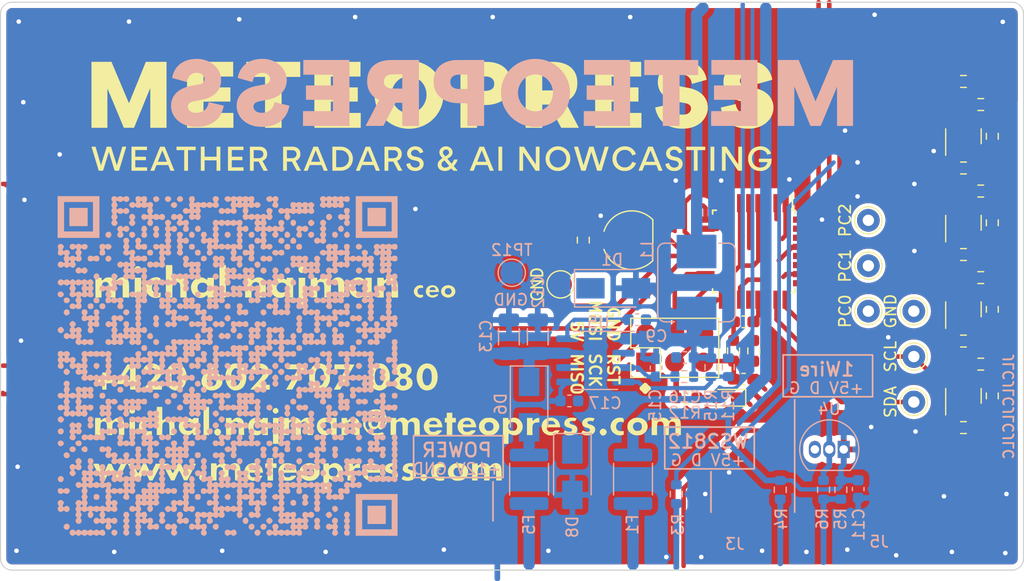
<source format=kicad_pcb>
(kicad_pcb (version 20211014) (generator pcbnew)
  (layers (0 "F.Cu" signal) (31 "B.Cu" signal) (34 "B.Paste" user) (35 "F.Paste" user) (36 "B.SilkS" user "B.Silkscreen") (37 "F.SilkS" user "F.Silkscreen") (38 "B.Mask" user) (39 "F.Mask" user) (44 "Edge.Cuts" user))
  (net 0 "")
  (net 1 "GND")
  (net 2 "Net-(D4-Pad2)")
  (net 3 "Net-(D6-Pad2)")
  (net 4 "Net-(D7-Pad2)")
  (net 5 "Net-(D10-Pad2)")
  (net 6 "+5V")
  (footprint "LED_SMD:LED_0603_1608Metric_Pad1.05x0.95mm_HandSolder" (layer "F.Cu") (at 163.906 134.83 180)
    (fp_text reference "D1" hide)
    (fp_text value "LED")
  )
  (footprint "Resistor_SMD:R_0603_1608Metric_Pad0.98x0.95mm_HandSolder" (layer "F.Cu") (at 151.27 120.94 90)
    (fp_text reference "R14" hide)
    (fp_text value "4k7")
  )
  (footprint "Connector_PinHeader_2.54mm:PinHeader_2x03_P2.54mm_Vertical" (layer "F.Cu") (at 156.777 131.698 90)
    (fp_text reference "J1" hide)
    (fp_text value "AVR-ISP-6")
  )
  (footprint "Package_TO_SOT_SMD:SOT-23" (layer "F.Cu") (at 184.7144 134.659 90)
    (fp_text reference "Q5" hide)
    (fp_text value "MMBT3904")
  )
  (footprint "meteopress:MichalNajman" (layer "F.Cu") (at 134 133)
    (fp_text reference "G***" hide)
    (fp_text value "LOGO" hide)
  )
  (footprint "Resistor_SMD:R_0603_1608Metric_Pad0.98x0.95mm_HandSolder" (layer "F.Cu") (at 164.492 130.6855 90)
    (fp_text reference "R8" hide)
    (fp_text value "4k7")
  )
  (footprint "Package_TO_SOT_THT:TO-92_HandSolder" (layer "F.Cu") (at 155.54 122.21 90)
    (fp_text reference "U2" hide)
    (fp_text value "DS18B20")
  )
  (footprint "Resistor_SMD:R_0603_1608Metric_Pad0.98x0.95mm_HandSolder" (layer "F.Cu") (at 166.27 130.6975 -90)
    (fp_text reference "R9" hide)
    (fp_text value "10k")
  )
  (footprint "Package_TO_SOT_SMD:SOT-23" (layer "F.Cu") (at 184.7144 119.419 90)
    (fp_text reference "Q1" hide)
    (fp_text value "MMBT3904")
  )
  (footprint "meteopress:TestPoint_THTPad_D2.0mm_Drill1.0mm" (layer "F.Cu") (at 176.35 123.2 -90)
    (fp_text reference "TP28" hide)
    (fp_text value "PC1")
  )
  (footprint "meteopress:TestPoint_THTPad_D2.0mm_Drill1.0mm" (layer "F.Cu") (at 180.35 135.2 -90)
    (fp_text reference "TP3" hide)
    (fp_text value "SDA")
  )
  (footprint "Resistor_SMD:R_0603_1608Metric_Pad0.98x0.95mm_HandSolder" (layer "F.Cu") (at 186.2384 109.005)
    (fp_text reference "R40" hide)
    (fp_text value "100k")
  )
  (footprint "Package_TO_SOT_SMD:SOT-23" (layer "F.Cu") (at 184.7144 127.039 90)
    (fp_text reference "Q3" hide)
    (fp_text value "MMBT3904")
  )
  (footprint "Capacitor_SMD:C_0603_1608Metric_Pad1.08x0.95mm_HandSolder" (layer "F.Cu") (at 165.381 128.14)
    (fp_text reference "C16" hide)
    (fp_text value "100n")
  )
  (footprint "meteopress:TestPoint_THTPad_D2.0mm_Drill1.0mm" (layer "F.Cu") (at 176.35 119.2 -90)
    (fp_text reference "TP29" hide)
    (fp_text value "PC2")
  )
  (footprint "Resistor_SMD:R_0603_1608Metric_Pad0.98x0.95mm_HandSolder" (layer "F.Cu") (at 186.2384 116.625 180)
    (fp_text reference "R22" hide)
    (fp_text value "10k")
  )
  (footprint "Resistor_SMD:R_0603_1608Metric_Pad0.98x0.95mm_HandSolder" (layer "F.Cu") (at 184.7144 114.593)
    (fp_text reference "R41" hide)
    (fp_text value "47k")
  )
  (footprint "meteopress:MeteopressLogo_60x10" (layer "F.Cu") (at 138 110)
    (fp_text reference "G***" hide)
    (fp_text value "LOGO" hide)
  )
  (footprint "meteopress:TestPoint_THTPad_D2.0mm_Drill1.0mm" (layer "F.Cu") (at 180.35 131.2 -90)
    (fp_text reference "TP2" hide)
    (fp_text value "SCL")
  )
  (footprint "Resistor_SMD:R_0603_1608Metric_Pad0.98x0.95mm_HandSolder" (layer "F.Cu") (at 187.2544 127.039 90)
    (fp_text reference "R26" hide)
    (fp_text value "47k")
  )
  (footprint "Resistor_SMD:R_0603_1608Metric_Pad0.98x0.95mm_HandSolder" (layer "F.Cu") (at 187.2544 134.659 -90)
    (fp_text reference "R28" hide)
    (fp_text value "100k")
  )
  (footprint "Capacitor_SMD:C_0603_1608Metric_Pad1.08x0.95mm_HandSolder" (layer "F.Cu") (at 165.37 133.19 180)
    (fp_text reference "C14" hide)
    (fp_text value "1u")
  )
  (footprint "Resistor_SMD:R_0603_1608Metric_Pad0.98x0.95mm_HandSolder" (layer "F.Cu") (at 160.35 134.83 180)
    (fp_text reference "R11" hide)
    (fp_text value "4k7")
  )
  (footprint "Resistor_SMD:R_0603_1608Metric_Pad0.98x0.95mm_HandSolder" (layer "F.Cu") (at 187.2544 119.419 -90)
    (fp_text reference "R20" hide)
    (fp_text value "100k")
  )
  (footprint "meteopress:TestPoint_THTPad_D2.0mm_Drill1.0mm" (layer "F.Cu") (at 180.35 127.2 -90)
    (fp_text reference "TP14" hide)
    (fp_text value "GND")
  )
  (footprint "meteopress:TestPoint_THTPad_D2.0mm_Drill1.0mm" (layer "F.Cu") (at 176.35 127.2 -90)
    (fp_text reference "TP27" hide)
    (fp_text value "PC0")
  )
  (footprint "Resistor_SMD:R_0603_1608Metric_Pad0.98x0.95mm_HandSolder" (layer "F.Cu") (at 184.7144 122.213)
    (fp_text reference "R21" hide)
    (fp_text value "47k")
  )
  (footprint "Resistor_SMD:R_0603_1608Metric_Pad0.98x0.95mm_HandSolder" (layer "F.Cu") (at 186.2384 131.865 180)
    (fp_text reference "R30" hide)
    (fp_text value "10k")
  )
  (footprint "Resistor_SMD:R_0603_1608Metric_Pad0.98x0.95mm_HandSolder" (layer "F.Cu") (at 187.2544 111.799 90)
    (fp_text reference "R42" hide)
    (fp_text value "47k")
  )
  (footprint "Resistor_SMD:R_0603_1608Metric_Pad0.98x0.95mm_HandSolder" (layer "F.Cu") (at 184.7144 129.833)
    (fp_text reference "R25" hide)
    (fp_text value "47k")
  )
  (footprint "Package_QFP:TQFP-32_7x7mm_P0.8mm" (layer "F.Cu") (at 166.27 121.94 -90)
    (fp_text reference "U1" hide)
    (fp_text value "ATmega328P-AU")
  )
  (footprint "meteopress:TestPoint_THTPad_D2.0mm_Drill1.0mm" (layer "F.Cu") (at 149.27 124.84 -90)
    (fp_text reference "TP18" hide)
    (fp_text value "GND")
  )
  (footprint "Resistor_SMD:R_0603_1608Metric_Pad0.98x0.95mm_HandSolder" (layer "F.Cu") (at 186.2384 124.245)
    (fp_text reference "R24" hide)
    (fp_text value "100k")
  )
  (footprint "Package_TO_SOT_SMD:SOT-23" (layer "F.Cu") (at 184.7144 111.799 90)
    (fp_text reference "Q11" hide)
    (fp_text value "MMBT3904")
  )
  (footprint "Resistor_SMD:R_0603_1608Metric_Pad0.98x0.95mm_HandSolder" (layer "F.Cu") (at 184.7144 137.453)
    (fp_text reference "R29" hide)
    (fp_text value "47k")
  )
  (footprint "Resistor_SMD:R_0603_1608Metric_Pad0.98x0.95mm_HandSolder" (layer "F.Cu") (at 184.7144 106.973)
    (fp_text reference "R37" hide)
    (fp_text value "47k")
  )
  (footprint "Resistor_SMD:R_0603_1608Metric" (layer "B.Cu") (at 168.598 142.9315 -90)
    (fp_text reference "R4")
    (fp_text value "150R")
  )
  (footprint "meteopress:MeteopressLogo_Bare_60x6" (layer "B.Cu") (at 145 108 180)
    (fp_text reference "G***" hide)
    (fp_text value "LOGO" hide)
  )
  (footprint "Capacitor_SMD:C_0603_1608Metric" (layer "B.Cu") (at 160.216 131.2815)
    (fp_text reference "C16")
    (fp_text value "22n")
  )
  (footprint "Capacitor_SMD:C_1206_3216Metric" (layer "B.Cu") (at 144.722 129.4545 90)
    (fp_text reference "C13")
    (fp_text value "4u7/50V")
  )
  (footprint "Package_TO_SOT_THT:TO-92_Inline" (layer "B.Cu") (at 174.182445 139.374398 180)
    (fp_text reference "U4")
    (fp_text value "DS18B20")
  )
  (footprint "Resistor_SMD:R_0603_1608Metric" (layer "B.Cu") (at 172.408 142.9305 90)
    (fp_text reference "R6")
    (fp_text value "330R")
  )
  (footprint "Capacitor_SMD:C_1206_3216Metric" (layer "B.Cu") (at 147.262 129.4545 90)
    (fp_text reference "C12")
    (fp_text value "4u7/50V")
  )
  (footprint "Diode_SMD:D_SMA" (layer "B.Cu") (at 146.5 135.428 -90)
    (fp_text reference "D6")
    (fp_text value "D_Schottky")
  )
  (footprint "Resistor_SMD:R_0603_1608Metric" (layer "B.Cu") (at 160.153 132.9615 180)
    (fp_text reference "R12")
    (fp_text value "100R")
  )
  (footprint "Diode_SMD:D_SMA" (layer "B.Cu") (at 153.898 125.1855)
    (fp_text reference "D1")
    (fp_text value "SS14")
  )
  (footprint "meteopress:vCard_MichalNajman_30" (layer "B.Cu") (at 120 132 180)
    (fp_text reference "G***" hide)
    (fp_text value "LOGO" hide)
  )
  (footprint "Capacitor_SMD:C_0603_1608Metric" (layer "B.Cu") (at 156.012 127.9535 180)
    (fp_text reference "C9")
    (fp_text value "100n")
  )
  (footprint "Fuse:Fuse_1812_4532Metric" (layer "B.Cu") (at 146.5 142 90)
    (fp_text reference "F5")
    (fp_text value "1A")
  )
  (footprint "TestPoint:TestPoint_THTPad_D2.0mm_Drill1.0mm" (layer "B.Cu") (at 144.976 123.8175 180)
    (fp_text reference "TP12")
    (fp_text value "GND")
  )
  (footprint "Resistor_SMD:R_0603_1608Metric" (layer "B.Cu") (at 164.026 132.1365 -90)
    (fp_text reference "R11")
    (fp_text value "10k")
  )
  (footprint "Inductor_SMD:L_Bourns_SRP7028A_7.3x6.6mm" (layer "B.Cu") (at 161.232 124.6775 90)
    (fp_text reference "L1")
    (fp_text value "47u")
  )
  (footprint "Capacitor_SMD:C_0603_1608Metric" (layer "B.Cu") (at 157.676 132.1865 90)
    (fp_text reference "C15")
    (fp_text value "8.2n")
  )
  (footprint "Fuse:Fuse_1812_4532Metric" (layer "B.Cu") (at 155.644 142 -90)
    (fp_text reference "F1")
    (fp_text value "0.5A")
  )
  (footprint "Resistor_SMD:R_0603_1608Metric" (layer "B.Cu") (at 159.454 143.3125 -90)
    (fp_text reference "R3")
    (fp_text value "330R")
  )
  (footprint "Diode_SMD:D_SMA" (layer "B.Cu") (at 150.31 141.3755 -90)
    (fp_text reference "D8")
    (fp_text value "TVS")
  )
  (footprint "Resistor_SMD:R_0603_1608Metric" (layer "B.Cu") (at 173.932 142.9315 -90)
    (fp_text reference "R5")
    (fp_text value "22k")
  )
  (footprint "Capacitor_SMD:C_0603_1608Metric" (layer "B.Cu") (at 175.456 142.8675 -90)
    (fp_text reference "C11")
    (fp_text value "100n")
  )
  (footprint "Capacitor_SMD:C_0603_1608Metric" (layer "B.Cu") (at 150.043 135.1045 180)
    (fp_text reference "C17")
    (fp_text value "8.2n")
  )
  (footprint "Resistor_SMD:R_0603_1608Metric" (layer "B.Cu") (at 162.502 132.1365 90)
    (fp_text reference "R15")
    (fp_text value "1k8")
  )
  (footprint "Package_SO:SOIC-8_3.9x4.9mm_P1.27mm" (layer "B.Cu") (at 152.342 131.5355 180)
    (fp_text reference "U5")
    (fp_text value "TPS54331")
  )
  (gr_rect (start 168.852 131.0565) (end 176.726 134.7395) (layer "B.SilkS") (width 0.15) (fill none))
  (gr_line (start 169.868 134.9935) (end 169.868 144.8995) (layer "B.SilkS") (width 0.15))
  (gr_rect (start 158.438 137.4065) (end 166.312 141.0895) (layer "B.SilkS") (width 0.15) (fill none))
  (gr_line (start 162.502 141.3435) (end 162.502 144.8995) (layer "B.SilkS") (width 0.15))
  (gr_rect (start 136.34 138.1685) (end 144.214 141.8515) (layer "B.SilkS") (width 0.15) (fill none))
  (gr_line (start 143.325 142.2325) (end 143.325 145.6615) (layer "B.SilkS") (width 0.15))
  (gr_line (start 188.999999 100.000001) (end 101 100.000001) (layer "Edge.Cuts") (width 0.1))
  (gr_arc (start 188.999999 100.000001) (mid 189.707106 100.292894) (end 189.999999 101.000001) (layer "Edge.Cuts") (width 0.1))
  (gr_line (start 101.000001 149.999999) (end 189 149.999999) (layer "Edge.Cuts") (width 0.1))
  (gr_arc (start 100 101) (mid 100.292893 100.292893) (end 101 100) (layer "Edge.Cuts") (width 0.1))
  (gr_arc (start 101.000001 149.999999) (mid 100.292894 149.707106) (end 100.000001 148.999999) (layer "Edge.Cuts") (width 0.1))
  (gr_line (start 100 101) (end 100 148.999999) (layer "Edge.Cuts") (width 0.1))
  (gr_line (start 189.999999 101.000001) (end 189.999999 149) (layer "Edge.Cuts") (width 0.1))
  (gr_arc (start 190 149) (mid 189.707107 149.707107) (end 189 150) (layer "Edge.Cuts") (width 0.1))
  (gr_text "+12V GND" (at 140.15 141.0895) (layer "B.SilkS") (effects (font (size 1 1)) (justify mirror)))
  (gr_text "+5V D G" (at 172.662 133.9775) (layer "B.SilkS") (effects (font (size 1 1)) (justify mirror)))
  (gr_text "WS2812" (at 162.248 138.6765) (layer "B.SilkS") (effects (font (size 1.2 1.2) (thickness 0.2)) (justify mirror)))
  (gr_text "JLCJLCJLCJLC" (at 188.7 135.6 90) (layer "B.SilkS") (effects (font (size 0.9 0.9) (thickness 0.16)) (justify mirror)))
  (gr_text "J5" (at 177.3 147.5) (layer "B.SilkS") (effects (font (size 1 1)) (justify mirror)))
  (gr_text "J3" (at 164.6 147.7) (layer "B.SilkS") (effects (font (size 1 1)) (justify mirror)))
  (gr_text "GND" (at 144.9 126.2) (layer "B.SilkS") (effects (font (size 1 1)) (justify mirror)))
  (gr_text "POWER" (at 140.15 139.4385) (layer "B.SilkS") (effects (font (size 1.2 1.2) (thickness 0.2)) (justify mirror)))
  (gr_text "1Wire" (at 172.662 132.3265) (layer "B.SilkS") (effects (font (size 1.2 1.2) (thickness 0.2)) (justify mirror)))
  (gr_text "+5V D G" (at 162.248 140.3275) (layer "B.SilkS") (effects (font (size 1 1)) (justify mirror)))
  (gr_text "RST\nSCK\nMISO" (at 152.3 130.8 270) (layer "F.SilkS") (effects (font (size 1 1) (thickness 0.2)) (justify left)))
  (gr_text "." (at 159.188 134 270) (layer "F.SilkS") (effects (font (size 6 6) (thickness 0.4))))
  (gr_text "GND\nMOSI\n5V" (at 152.3 130 270) (layer "F.SilkS") (effects (font (size 1 1) (thickness 0.2)) (justify right)))
  (segment (start 159.4375 134.83) (end 159.4375 131.8185) (width 0.4) (layer "F.Cu") (net 0))
  (segment (start 187.6449 109.499) (end 187.1509 109.005) (width 0.4) (layer "F.Cu") (net 0))
  (segment (start 173.975 135.2) (end 180.35 135.2) (width 0.4) (layer "F.Cu") (net 0))
  (segment (start 168.27 127.94) (end 170.77 130.44) (width 0.4) (layer "F.Cu") (net 0))
  (segment (start 183.0644 129.0955) (end 183.0644 126.2322) (width 0.4) (layer "F.Cu") (net 0))
  (segment (start 162.02 119.94) (end 163.05 119.94) (width 0.4) (layer "F.Cu") (net 0))
  (segment (start 154.213 126.725) (end 155.059 125.879) (width 0.4) (layer "F.Cu") (net 0))
  (segment (start 183.7704 112.7365) (end 185.6269 114.593) (width 0.4) (layer "F.Cu") (net 0))
  (segment (start 187.6449 109.499) (end 189.1182 109.499) (width 0.4) (layer "F.Cu") (net 0))
  (segment (start 169.67 121.54) (end 168.47 122.74) (width 0.4) (layer "F.Cu") (net 0))
  (segment (start 183.8019 106.973) (end 183.102 106.973) (width 0.4) (layer "F.Cu") (net 0))
  (segment (start 172.12 123.14) (end 170.52 123.14) (width 0.4) (layer "F.Cu") (net 0))
  (segment (start 100.4 116) (end 100.5 116.1) (width 0.4) (layer "F.Cu") (net 0))
  (segment (start 163.05 119.94) (end 163.72 119.27) (width 0.4) (layer "F.Cu") (net 0))
  (segment (start 166.27 131.61) (end 164.504 131.61) (width 0.4) (layer "F.Cu") (net 0))
  (segment (start 185.6644 126.343) (end 185.9844 126.023) (width 0.6) (layer "F.Cu") (net 0))
  (segment (start 187.6449 124.739) (end 187.1509 124.245) (width 0.4) (layer "F.Cu") (net 0))
  (segment (start 187.6449 132.359) (end 189.0582 132.359) (width 0.4) (layer "F.Cu") (net 0))
  (segment (start 100.2 134.5) (end 109 134.5) (width 0.4) (layer "F.Cu") (net 0))
  (segment (start 109 134.5) (end 114.775 128.725) (width 0.4) (layer "F.Cu") (net 0))
  (segment (start 167.47 120.0225) (end 167.4695 120.023) (width 0.4) (layer "F.Cu") (net 0))
  (segment (start 173.5375 134.7625) (end 173.975 135.2) (width 0.4) (layer "F.Cu") (net 0))
  (segment (start 153.991 128.725) (end 154.513 128.203) (width 0.4) (layer "F.Cu") (net 0))
  (segment (start 167.47 117.69) (end 167.47 120.0225) (width 0.4) (layer "F.Cu") (net 0))
  (segment (start 167.4695 120.69) (end 167.4695 121.6295) (width 0.4) (layer "F.Cu") (net 0))
  (segment (start 183.7644 127.9765) (end 183.7704 127.9765) (width 0.4) (layer "F.Cu") (net 0))
  (segment (start 173.21 118.81) (end 172.65 118.25) (width 0.4) (layer "F.Cu") (net 0))
  (segment (start 114.775 128.725) (end 153.991 128.725) (width 0.4) (layer "F.Cu") (net 0))
  (segment (start 170.52 123.94) (end 169.11 123.94) (width 0.4) (layer "F.Cu") (net 0))
  (segment (start 174.01 118.52) (end 174.01 119.78) (width 0.4) (layer "F.Cu") (net 0))
  (segment (start 187.7764 136.959) (end 187.2544 136.437) (width 0.4) (layer "F.Cu") (net 0))
  (segment (start 165.755 124.43) (end 167.43 124.43) (width 0.4) (layer "F.Cu") (net 0))
  (segment (start 187.7764 136.959) (end 189.0582 136.959) (width 0.4) (layer "F.Cu") (net 0))
  (segment (start 185.6644 111.103) (end 185.9844 110.783) (width 0.6) (layer "F.Cu") (net 0))
  (segment (start 172.85 123.87) (end 172.12 123.14) (width 0.4) (layer "F.Cu") (net 0))
  (segment (start 107.8 132) (end 113.075 126.725) (width 0.4) (layer "F.Cu") (net 0))
  (segment (start 187.6449 132.359) (end 187.1509 131.865) (width 0.4) (layer "F.Cu") (net 0))
  (segment (start 187.6449 124.739) (end 189.2782 124.739) (width 0.4) (layer "F.Cu") (net 0))
  (segment (start 183.079472 122.213) (end 183.8019 122.213) (width 0.4) (layer "F.Cu") (net 0))
  (segment (start 187.2544 113.577) (end 187.2544 112.7115) (width 0.4) (layer "F.Cu") (net 0))
  (segment (start 170.52 121.54) (end 169.67 121.54) (width 0.4) (layer "F.Cu") (net 0))
  (segment (start 151.1975 120.1) (end 151.27 120.0275) (width 0.4) (layer "F.Cu") (net 0))
  (segment (start 163.031 134.83) (end 161.2625 134.83) (width 0.5) (layer "F.Cu") (net 0))
  (segment (start 164.781 134.83) (end 165.36 134.83) (width 0.4) (layer "F.Cu") (net 0))
  (segment (start 184.7144 117.2365) (end 185.3259 116.625) (width 0.4) (layer "F.Cu") (net 0))
  (segment (start 167.345 127.896793) (end 167.47 127.771793) (width 0.4) (layer "F.Cu") (net 0))
  (segment (start 100.2 116) (end 100.4 116) (width 0.4) (layer "F.Cu") (net 0))
  (segment (start 100.2 134.4) (end 100.2 134.5) (width 0.4) (layer "F.Cu") (net 0))
  (segment (start 100.2 132) (end 107.8 132) (width 0.4) (layer "F.Cu") (net 0))
  (segment (start 185.6644 120.3565) (end 185.6644 118.723) (width 0.6) (layer "F.Cu") (net 0))
  (segment (start 100.5 116.1) (end 125.8 116.1) (width 0.4) (layer "F.Cu") (net 0))
  (segment (start 183.102 106.973) (end 182.35 107.725) (width 0.4) (layer "F.Cu") (net 0))
  (segment (start 129.8 120.1) (end 151.1975 120.1) (width 0.4) (layer "F.Cu") (net 0))
  (segment (start 165.165 137.725) (end 160.097 142.793) (width 0.4) (layer "F.Cu") (net 0))
  (segment (start 160.097 146.913) (end 160.097 142.793) (width 0.4) (layer "F.Cu") (net 0))
  (segment (start 160.385 123.94) (end 162.02 123.94) (width 0.4) (layer "F.Cu") (net 0))
  (segment (start 172.15 118.25) (end 171.97 118.07) (width 0.4) (layer "F.Cu") (net 0))
  (segment (start 183.8019 129.833) (end 183.0644 129.0955) (width 0.4) (layer "F.Cu") (net 0))
  (segment (start 173.05 120.74) (end 170.52 120.74) (width 0.4) (layer "F.Cu") (net 0))
  (segment (start 183.7644 112.7365) (end 183.7704 112.7365) (width 0.4) (layer "F.Cu") (net 0))
  (segment (start 172.85 134.075) (end 173.5375 134.7625) (width 0.4) (layer "F.Cu") (net 0))
  (segment (start 187.7764 114.099) (end 189.1382 114.099) (width 0.4) (layer "F.Cu") (net 0))
  (segment (start 169.07 126.84) (end 170.77 128.54) (width 0.4) (layer "F.Cu") (net 0))
  (segment (start 163.057233 126.19) (end 163.47 126.19) (width 0.4) (layer "F.Cu") (net 0))
  (segment (start 187.2544 109.8895) (end 187.6449 109.499) (width 0.4) (layer "F.Cu") (net 0))
  (segment (start 171.97 118.07) (end 171.97 100) (width 0.4) (layer "F.Cu") (net 0))
  (segment (start 158.928 120.94) (end 159.528 121.54) (width 0.4) (layer "F.Cu") (net 0))
  (segment (start 187.2544 136.437) (end 187.2544 135.5715) (width 0.4) (layer "F.Cu") (net 0))
  (segment (start 187.2544 110.8865) (end 187.2544 109.8895) (width 0.4) (layer "F.Cu") (net 0))
  (segment (start 169.15 137.725) (end 165.165 137.725) (width 0.4) (layer "F.Cu") (net 0))
  (segment (start 183.9 137.5511) (end 183.8019 137.453) (width 0.4) (layer "F.Cu") (net 0))
  (segment (start 166.67 126.19) (end 166.67 127.6095) (width 0.4) (layer "F.Cu") (net 0))
  (segment (start 164.492 131.598) (end 161.957 131.598) (width 0.4) (layer "F.Cu") (net 0))
  (segment (start 187.2544 132.7495) (end 187.6449 132.359) (width 0.4) (layer "F.Cu") (net 0))
  (segment (start 171.595 119.94) (end 171.625 119.97) (width 0.4) (layer "F.Cu") (net 0))
  (segment (start 159.576 123.14) (end 154.513 128.203) (width 0.4) (layer "F.Cu") (net 0))
  (segment (start 167.47 127.771793) (end 167.47 126.19) (width 0.4) (layer "F.Cu") (net 0))
  (segment (start 159.528 121.54) (end 162.02 121.54) (width 0.4) (layer "F.Cu") (net 0))
  (segment (start 183.6699 114.725) (end 183.8019 114.593) (width 0.4) (layer "F.Cu") (net 0))
  (segment (start 170.52 126.29) (end 170.77 126.54) (width 0.4) (layer "F.Cu") (net 0))
  (segment (start 125.8 116.1) (end 129.8 120.1) (width 0.4) (layer "F.Cu") (net 0))
  (segment (start 161.302 126.023) (end 162.02 125.305) (width 0.4) (layer "F.Cu") (net 0))
  (segment (start 165.07 126.19) (end 165.07 125.115) (width 0.4) (layer "F.Cu") (net 0))
  (segment (start 162.02 122.34) (end 158.598 122.34) (width 0.4) (layer "F.Cu") (net 0))
  (segment (start 184.7144 110.8615) (end 184.7144 109.6165) (width 0.4) (layer "F.Cu") (net 0))
  (segment (start 159.317 131.698) (end 160.567 130.448) (width 0.4) (layer "F.Cu") (net 0))
  (segment (start 171.625 119.97) (end 172.75 119.97) (width 0.4) (layer "F.Cu") (net 0))
  (segment (start 172.75 119.97) (end 173.21 119.51) (width 0.4) (layer "F.Cu") (net 0))
  (segment (start 156.777 129.158) (end 154.47 131.465) (width 0.4) (layer "F.Cu") (net 0))
  (segment (start 187.7764 121.719) (end 189.2582 121.719) (width 0.4) (layer "F.Cu") (net 0))
  (segment (start 172.85 133.125) (end 172.85 132.45) (width 0.4) (layer "F.Cu") (net 0))
  (segment (start 187.2544 126.1265) (end 187.2544 125.1295) (width 0.4) (layer "F.Cu") (net 0))
  (segment (start 161.957 131.598) (end 161.857 131.698) (width 0.4) (layer "F.Cu") (net 0))
  (segment (start 184.7144 126.1015) (end 184.7144 124.8565) (width 0.4) (layer "F.Cu") (net 0))
  (segment (start 154.27 120.94) (end 152.1825 120.94) (width 0.4) (layer "F.Cu") (net 0))
  (segment (start 158.598 122.34) (end 155.059 125.879) (width 0.4) (layer "F.Cu") (net 0))
  (segment (start 168.27 126.19) (end 168.27 127.94) (width 0.4) (layer "F.Cu") (net 0))
  (segment (start 184.7144 109.6165) (end 185.3259 109.005) (width 0.4) (layer "F.Cu") (net 0))
  (segment (start 167.4695 121.6295) (end 167.48 121.64) (width 0.4) (layer "F.Cu") (net 0))
  (segment (start 172.85 132.45) (end 172.85 134.075) (width 0.4) (layer "F.Cu") (net 0))
  (segment (start 187.7764 129.339) (end 187.2544 128.817) (width 0.4) (layer "F.Cu") (net 0))
  (segment (start 154.27 120.94) (end 158.928 120.94) (width 0.4) (layer "F.Cu") (net 0))
  (segment (start 172.85 134.025) (end 169.15 137.725) (width 0.4) (layer "F.Cu") (net 0))
  (segment (start 187.7764 129.339) (end 189.1782 129.339) (width 0.4) (layer "F.Cu") (net 0))
  (segment (start 174.01 119.78) (end 173.05 120.74) (width 0.4) (layer "F.Cu") (net 0))
  (segment (start 160.567 130.448) (end 160.567 128.680233) (width 0.4) (layer "F.Cu") (net 0))
  (segment (start 113.075 126.725) (end 154.213 126.725) (width 0.4) (layer "F.Cu") (net 0))
  (segment (start 187.2544 121.197) (end 187.2544 120.3315) (width 0.4) (layer "F.Cu") (net 0))
  (segment (start 152.1825 120.94) (end 151.27 121.8525) (width 0.4) (layer "F.Cu") (net 0))
  (segment (start 187.2544 117.5095) (end 187.6449 117.119) (width 0.4) (layer "F.Cu") (net 0))
  (segment (start 162.02 125.305) (end 162.02 124.74) (width 0.4) (layer "F.Cu") (net 0))
  (segment (start 183.7704 120.3565) (end 185.6269 122.213) (width 0.4) (layer "F.Cu") (net 0))
  (segment (start 185.6644 112.7365) (end 185.6644 111.103) (width 0.6) (layer "F.Cu") (net 0))
  (segment (start 187.2544 118.5065) (end 187.2544 117.5095) (width 0.4) (layer "F.Cu") (net 0))
  (segment (start 159.317 129.158) (end 159.317 125.008) (width 0.4) (layer "F.Cu") (net 0))
  (segment (start 187.6449 117.119) (end 189.1982 117.119) (width 0.4) (layer "F.Cu") (net 0))
  (segment (start 183.7704 127.9765) (end 185.6269 129.833) (width 0.4) (layer "F.Cu") (net 0))
  (segment (start 165.07 125.115) (end 165.755 124.43) (width 0.4) (layer "F.Cu") (net 0))
  (segment (start 170.52 124.74) (end 170.52 126.29) (width 0.4) (layer "F.Cu") (net 0))
  (segment (start 172.91 100) (end 172.91 117.42) (width 0.4) (layer "F.Cu") (net 0))
  (segment (start 165.36 134.83) (end 165.97 135.44) (width 0.4) (layer "F.Cu") (net 0))
  (segment (start 183.0644 126.2322) (end 180.6 123.7678) (width 0.4) (layer "F.Cu") (net 0))
  (segment (start 183.9 138.825) (end 183.9 137.5511) (width 0.4) (layer "F.Cu") (net 0))
  (segment (start 164.5075 131.6135) (end 164.492 131.598) (width 0.4) (layer "F.Cu") (net 0))
  (segment (start 173.21 119.51) (end 173.21 118.81) (width 0.4) (layer "F.Cu") (net 0))
  (segment (start 159.317 125.008) (end 160.385 123.94) (width 0.4) (layer "F.Cu") (net 0))
  (segment (start 184.7144 133.7215) (end 184.7144 132.4765) (width 0.4) (layer "F.Cu") (net 0))
  (segment (start 167.39491 127.946703) (end 167.345 127.896793) (width 0.4) (layer "F.Cu") (net 0))
  (segment (start 151.32 121.915) (end 148.92 124.315) (width 0.4) (layer "F.Cu") (net 0))
  (segment (start 159.4375 131.8185) (end 159.317 131.698) (width 0.4) (layer "F.Cu") (net 0))
  (segment (start 170.52 119.94) (end 171.595 119.94) (width 0.4) (layer "F.Cu") (net 0))
  (segment (start 167.4695 120.023) (end 167.4695 120.69) (width 0.4) (layer "F.Cu") (net 0))
  (segment (start 187.2544 125.1295) (end 187.6449 124.739) (width 0.4) (layer "F.Cu") (net 0))
  (segment (start 185.6644 135.5965) (end 185.6644 133.963) (width 0.6) (layer "F.Cu") (net 0))
  (segment (start 184.7144 132.4765) (end 185.3259 131.865) (width 0.4) (layer "F.Cu") (net 0))
  (segment (start 172.85 134.075) (end 172.85 133.125) (width 0.4) (layer "F.Cu") (net 0))
  (segment (start 182.55 114.725) (end 183.6699 114.725) (width 0.4) (layer "F.Cu") (net 0))
  (segment (start 183.7704 135.5965) (end 185.6269 137.453) (width 0.4) (layer "F.Cu") (net 0))
  (segment (start 185.6644 127.9765) (end 185.6644 126.343) (width 0.6) (layer "F.Cu") (net 0))
  (segment (start 187.7764 121.719) (end 187.2544 121.197) (width 0.4) (layer "F.Cu") (net 0))
  (segment (start 172.85 133.125) (end 172.85 134.025) (width 0.4) (layer "F.Cu") (net 0))
  (segment (start 160.567 128.680233) (end 163.057233 126.19) (width 0.4) (layer "F.Cu") (net 0))
  (segment (start 160.097 146.913) (end 160.097 149.639) (width 0.4) (layer "F.Cu") (net 0))
  (segment (start 164.5075 133.19) (end 164.5075 131.6135) (width 0.4) (layer "F.Cu") (net 0))
  (segment (start 172.91 117.42) (end 174.01 118.52) (width 0.4) (layer "F.Cu") (net 0))
  (segment (start 180.700736 119.834264) (end 183.079472 122.213) (width 0.4) (layer "F.Cu") (net 0))
  (segment (start 172.65 118.25) (end 172.15 118.25) (width 0.4) (layer "F.Cu") (net 0))
  (segment (start 183.7644 120.3565) (end 183.7704 120.3565) (width 0.4) (layer "F.Cu") (net 0))
  (segment (start 166.67 127.6095) (end 166.2435 128.036) (width 0.4) (layer "F.Cu") (net 0))
  (segment (start 184.7144 124.8565) (end 185.3259 124.245) (width 0.4) (layer "F.Cu") (net 0))
  (segment (start 164.504 131.61) (end 164.492 131.598) (width 0.4) (layer "F.Cu") (net 0))
  (segment (start 187.6449 117.119) (end 187.1509 116.625) (width 0.4) (layer "F.Cu") (net 0))
  (segment (start 187.7764 114.099) (end 187.2544 113.577) (width 0.4) (layer "F.Cu") (net 0))
  (segment (start 187.2544 128.817) (end 187.2544 127.9515) (width 0.4) (layer "F.Cu") (net 0))
  (segment (start 162.02 119.94) (end 163.07 119.94) (width 0.4) (layer "F.Cu") (net 0))
  (segment (start 159.4375 134.83) (end 159.4375 132.2185) (width 0.5) (layer "F.Cu") (net 0))
  (segment (start 184.7144 118.4815) (end 184.7144 117.2365) (width 0.4) (layer "F.Cu") (net 0))
  (segment (start 169.07 126.19) (end 169.07 126.84) (width 0.4) (layer "F.Cu") (net 0))
  (segment (start 187.2544 133.7465) (end 187.2544 132.7495) (width 0.4) (layer "F.Cu") (net 0))
  (segment (start 162.02 123.14) (end 159.576 123.14) (width 0.4) (layer "F.Cu") (net 0))
  (segment (start 172.85 132.45) (end 172.85 123.87) (width 0.4) (layer "F.Cu") (net 0))
  (segment (start 185.6644 133.963) (end 185.9844 133.643) (width 0.6) (layer "F.Cu") (net 0))
  (segment (start 169.11 123.94) (end 168.87 124.18) (width 0.4) (layer "F.Cu") (net 0))
  (segment (start 185.6644 118.723) (end 185.9844 118.403) (width 0.6) (layer "F.Cu") (net 0))
  (segment (start 183.7644 135.5965) (end 183.7704 135.5965) (width 0.4) (layer "F.Cu") (net 0))
  (segment (start 172.408 141.3435) (end 172.916 140.8355) (width 0.5) (layer "B.Cu") (net 0))
  (segment (start 172.408 147.555) (end 172.408 143.7555) (width 0.5) (layer "B.Cu") (net 0))
  (segment (start 164.026 132.9615) (end 162.502 132.9615) (width 0.375) (layer "B.Cu") (net 0))
  (segment (start 172.916 140.8355) (end 172.916 139.2905) (width 0.5) (layer "B.Cu") (net 0))
  (segment (start 173.932 143.7565) (end 172.409 143.7565) (width 0.5) (layer "B.Cu") (net 0))
  (segment (start 156.123 132.1705) (end 156.914 132.9615) (width 0.375) (layer "B.Cu") (net 0))
  (segment (start 161.994 133.9775) (end 162.502 133.4695) (width 0.375) (layer "B.Cu") (net 0))
  (segment (start 155.644 144.1375) (end 155.644 149.499999) (width 1) (layer "B.Cu") (net 0))
  (segment (start 149.867 129.6305) (end 149.867 128.5785) (width 0.375) (layer "B.Cu") (net 0))
  (segment (start 156.123 133.4405) (end 156.66 133.9775) (width 0.375) (layer "B.Cu") (net 0))
  (segment (start 169.36 133.9775) (end 165.296 138.0415) (width 0.375) (layer "B.Cu") (net 0))
  (segment (start 172.409 143.7565) (end 172.408 143.7555) (width 0.5) (layer "B.Cu") (net 0))
  (segment (start 155.644 147.5665) (end 155.644 144.1375) (width 1) (layer "B.Cu") (net 0))
  (segment (start 173.5175 135.595) (end 172.916 136.1965) (width 0.5) (layer "B.Cu") (net 0))
  (segment (start 172.408 142.1055) (end 172.408 141.3435) (width 0.5) (layer "B.Cu") (net 0))
  (segment (start 168.598 143.7565) (end 168.598 147.555) (width 0.5) (layer "B.Cu") (net 0))
  (segment (start 159.328 132.9615) (end 157.676 132.9615) (width 0.375) (layer "B.Cu") (net 0))
  (segment (start 159.454 141.3435) (end 159.454 142.4875) (width 0.375) (layer "B.Cu") (net 0))
  (segment (start 146.5 144.1375) (end 146.5 149.499999) (width 1) (layer "B.Cu") (net 0))
  (segment (start 159.454 144.1375) (end 159.454 149.746) (width 0.5) (layer "B.Cu") (net 0))
  (segment (start 155.237 127.9535) (end 154.192 127.9535) (width 0.375) (layer "B.Cu") (net 0))
  (segment (start 172.916 136.1965) (end 172.916 139.2905) (width 0.5) (layer "B.Cu") (net 0))
  (segment (start 156.914 132.9615) (end 157.676 132.9615) (width 0.375) (layer "B.Cu") (net 0))
  (segment (start 154.817 132.1705) (end 156.123 132.1705) (width 0.375) (layer "B.Cu") (net 0))
  (segment (start 169.36 133.9775) (end 169.36 118.04) (width 0.375) (layer "B.Cu") (net 0))
  (segment (start 169.36 118.04) (end 173.3 114.1) (width 0.375) (layer "B.Cu") (net 0))
  (segment (start 159.454 147.5665) (end 159.454 144.1375) (width 0.5) (layer "B.Cu") (net 0))
  (segment (start 162.756 138.0415) (end 159.454 141.3435) (width 0.375) (layer "B.Cu") (net 0))
  (segment (start 159.454 149.746) (end 159.450001 149.749999) (width 0.5) (layer "B.Cu") (net 0))
  (segment (start 156.66 133.9775) (end 161.994 133.9775) (width 0.375) (layer "B.Cu") (net 0))
  (segment (start 155.237 127.9535) (end 150.492 127.9535) (width 0.375) (layer "B.Cu") (net 0))
  (segment (start 162.502 133.4695) (end 162.502 132.9615) (width 0.375) (layer "B.Cu") (net 0))
  (segment (start 168.598 149.402) (end 168.6 149.404) (width 0.5) (layer "B.Cu") (net 0))
  (segment (start 172.408 143.7555) (end 172.408 149.308) (width 0.5) (layer "B.Cu") (net 0))
  (segment (start 168.598 143.7565) (end 168.598 149.402) (width 0.5) (layer "B.Cu") (net 0))
  (segment (start 150.492 127.9535) (end 149.867 128.5785) (width 0.375) (layer "B.Cu") (net 0))
  (segment (start 154.817 133.4405) (end 156.123 133.4405) (width 0.375) (layer "B.Cu") (net 0))
  (segment (start 164.27 126.19) (end 164.27 123.99) (width 0.4) (layer "F.Cu") (net 1))
  (segment (start 166.67 122.76) (end 166.24 123.19) (width 0.4) (layer "F.Cu") (net 1))
  (segment (start 164.27 123.99) (end 165.07 123.19) (width 0.4) (layer "F.Cu") (net 1))
  (segment (start 166.67 117.69) (end 166.67 122.76) (width 0.4) (layer "F.Cu") (net 1))
  (segment (start 164.492 128.0625) (end 164.5185 128.036) (width 0.4) (layer "F.Cu") (net 1))
  (segment (start 170.52 119.14) (end 172.27 119.14) (width 0.4) (layer "F.Cu") (net 1))
  (segment (start 165.07 117.69) (end 165.07 123.19) (width 0.4) (layer "F.Cu") (net 1))
  (segment (start 164.27 127.7875) (end 164.5185 128.036) (width 0.4) (layer "F.Cu") (net 1))
  (segment (start 164.492 129.773) (end 164.492 128.0625) (width 0.4) (layer "F.Cu") (net 1))
  (segment (start 166.24 123.19) (end 165.07 123.19) (width 0.4) (layer "F.Cu") (net 1))
  (segment (start 164.27 126.19) (end 164.27 127.7875) (width 0.4) (layer "F.Cu") (net 1))
  (via (at 158.575 148.85) (size 0.8) (drill 0.4) (layers "F.Cu" "B.Cu") (net 1))
  (via (at 188.175 101.725) (size 0.8) (drill 0.4) (layers "F.Cu" "B.Cu") (net 1))
  (via (at 175.4 114.1) (size 0.8) (drill 0.4) (layers "F.Cu" "B.Cu") (net 1))
  (via (at 163.4 115.7) (size 0.8) (drill 0.4) (layers "F.Cu" "B.Cu") (net 1))
  (via (at 119.5 148.3) (size 0.8) (drill 0.4) (layers "F.Cu" "B.Cu") (net 1))
  (via (at 182.1 113.1) (size 0.8) (drill 0.4) (layers "F.Cu" "B.Cu") (net 1))
  (via (at 174.3 111.3) (size 0.8) (drill 0.4) (layers "F.Cu" "B.Cu") (net 1))
  (via (at 136.5 118.2) (size 0.8) (drill 0.4) (layers "F.Cu" "B.Cu") (net 1))
  (via (at 178.1 129.5) (size 0.8) (drill 0.4) (layers "F.Cu" "B.Cu") (net 1))
  (via (at 180.4 116) (size 0.8) (drill 0.4) (layers "F.Cu" "B.Cu") (net 1))
  (via (at 188.5 143.3) (size 0.8) (drill 0.4) (layers "F.Cu" "B.Cu") (net 1))
  (via (at 183 143.5) (size 0.8) (drill 0.4) (layers "F.Cu" "B.Cu") (net 1))
  (via (at 159.4 115.7) (size 0.8) (drill 0.4) (layers "F.Cu" "B.Cu") (net 1))
  (via (at 174.5 148.2) (size 0.8) (drill 0.4) (layers "F.Cu" "B.Cu") (net 1))
  (via (at 102.1 117.4) (size 0.8) (drill 0.4) (layers "F.Cu" "B.Cu") (net 1))
  (via (at 162 143.3) (size 0.8) (drill 0.4) (layers "F.Cu" "B.Cu") (net 1))
  (via (at 110 148.4) (size 0.8) (drill 0.4) (layers "F.Cu" "B.Cu") (net 1))
  (via (at 180.4 121.9) (size 0.8) (drill 0.4) (layers "F.Cu" "B.Cu") (net 1))
  (via (at 183.7 148.4) (size 0.8) (drill 0.4) (layers "F.Cu" "B.Cu") (net 1))
  (via (at 105.2 113.4) (size 0.8) (drill 0.4) (layers "F.Cu" "B.Cu") (net 1))
  (via (at 101.6 101.7) (size 0.8) (drill 0.4) (layers "F.Cu" "B.Cu") (net 1))
  (via (at 188.4 148.5) (size 0.8) (drill 0.4) (layers "F.Cu" "B.Cu") (net 1))
  (via (at 131.2 101.3) (size 0.8) (drill 0.4) (layers "F.Cu" "B.Cu") (net 1))
  (via (at 128.6 148.4) (size 0.8) (drill 0.4) (layers "F.Cu" "B.Cu") (net 1))
  (via (at 161.65 148.85) (size 0.8) (drill 0.4) (layers "F.Cu" "B.Cu") (net 1))
  (via (at 176.6 137.4) (size 0.8) (drill 0.4) (layers "F.Cu" "B.Cu") (net 1))
  (via (at 175.4 117.1) (size 0.8) (drill 0.4) (layers "F.Cu" "B.Cu") (net 1))
  (via (at 121 101.5) (size 0.8) (drill 0.4) (layers "F.Cu" "B.Cu") (net 1))
  (via (at 102 108.8) (size 0.8) (drill 0.4) (layers "F.Cu" "B.Cu") (net 1))
  (via (at 111.3 101.7) (size 0.8) (drill 0.4) (layers "F.Cu" "B.Cu") (net 1))
  (via (at 178.8 148.7) (size 0.8) (drill 0.4) (layers "F.Cu" "B.Cu") (net 1))
  (via (at 167 148.3) (size 0.8) (drill 0.4) (layers "F.Cu" "B.Cu") (net 1))
  (via (at 143.3 101.3) (size 0.8) (drill 0.4) (layers "F.Cu" "B.Cu") (net 1))
  (via (at 155.4 101.3) (size 0.8) (drill 0.4) (layers "F.Cu" "B.Cu") (net 1))
  (via (at 180.5 137.8) (size 0.8) (drill 0.4) (layers "F.Cu" "B.Cu") (net 1))
  (via (at 152.8 118.8) (size 0.8) (drill 0.4) (layers "F.Cu" "B.Cu") (net 1))
  (via (at 101.5 140.9) (size 0.8) (drill 0.4) (layers "F.Cu" "B.Cu") (net 1))
  (via (at 176.9 101.1) (size 0.8) (drill 0.4) (layers "F.Cu" "B.Cu") (net 1))
  (via (at 172.27 119.14) (size 0.8) (drill 0.4) (layers "F.Cu" "B.Cu") (net 1))
  (via (at 101.4 148.3) (size 0.8) (drill 0.4) (layers "F.Cu" "B.Cu") (net 1))
  (via (at 164.1 141.4) (size 0.8) (drill 0.4) (layers "F.Cu" "B.Cu") (net 1))
  (via (at 139 148.2) (size 0.8) (drill 0.4) (layers "F.Cu" "B.Cu") (net 1))
  (via (at 170.9 148.4) (size 0.8) (drill 0.4) (layers "F.Cu" "B.Cu") (net 1))
  (via (at 101.8 129.8) (size 0.8) (drill 0.4) (layers "F.Cu" "B.Cu") (net 1))
  (via (at 148.2 148.3) (size 0.8) (drill 0.4) (layers "F.Cu" "B.Cu") (net 1))
  (via (at 169.4 115.6) (size 0.8) (drill 0.4) (layers "F.Cu" "B.Cu") (net 1))
  (segment (start 142.944 131.1835) (end 142.944 132.7075) (width 0.5) (layer "B.Cu") (net 1))
  (segment (start 158.946 127.5005) (end 161.134 127.5005) (width 1) (layer "B.Cu") (net 1))
  (segment (start 157.858 127.9535) (end 158.438 127.3735) (width 0.375) (layer "B.Cu") (net 1))
  (segment (start 149.867 130.9005) (end 147.291 130.9005) (width 1) (layer "B.Cu") (net 1))
  (segment (start 143.706 133.4695) (end 143.706 150.7415) (width 0.5) (layer "B.Cu") (net 1))
  (segment (start 144.722 130.9295) (end 146.373 130.9295) (width 1) (layer "B.Cu") (net 1))
  (segment (start 160.499 129.6305) (end 161.232 128.8975) (width 1) (layer "B.Cu") (net 1))
  (segment (start 149.268 135.1045) (end 149.268 134.0395) (width 0.375) (layer "B.Cu") (net 1))
  (segment (start 158.438 127.3735) (end 158.438 126.9925) (width 0.375) (layer "B.Cu") (net 1))
  (segment (start 157.52 125.1855) (end 158.438 126.1035) (width 1) (layer "B.Cu") (net 1))
  (segment (start 160.978 132.9615) (end 160.978 131.2945) (width 0.375) (layer "B.Cu") (net 1))
  (segment (start 149.268 134.0395) (end 149.867 133.4405) (width 0.375) (layer "B.Cu") (net 1))
  (segment (start 143.198 130.9295) (end 137.864 130.9295) (width 1) (layer "B.Cu") (net 1))
  (segment (start 143.198 130.9295) (end 144.722 130.9295) (width 1) (layer "B.Cu") (net 1))
  (segment (start 142.944 132.7075) (end 143.706 133.4695) (width 0.5) (layer "B.Cu") (net 1))
  (segment (start 154.817 129.6305) (end 160.499 129.6305) (width 1) (layer "B.Cu") (net 1))
  (segment (start 161.134 127.5005) (end 161.232 127.4025) (width 1) (layer "B.Cu") (net 1))
  (segment (start 146.373 130.9295) (end 147.262 130.9295) (width 1) (layer "B.Cu") (net 1))
  (segment (start 146.5 131.0565) (end 146.373 130.9295) (width 1) (layer "B.Cu") (net 1))
  (segment (start 160.978 131.2945) (end 160.991 131.2815) (width 0.375) (layer "B.Cu") (net 1))
  (segment (start 143.198 130.9295) (end 142.944 131.1835) (width 0.5) (layer "B.Cu") (net 1))
  (segment (start 146.5 133.428) (end 146.5 131.0565) (width 1) (layer "B.Cu") (net 1))
  (segment (start 158.438 126.1035) (end 158.438 126.9925) (width 1) (layer "B.Cu") (net 1))
  (segment (start 161.232 128.8975) (end 161.232 127.4025) (width 1) (layer "B.Cu") (net 1))
  (segment (start 147.291 130.9005) (end 147.262 130.9295) (width 1) (layer "B.Cu") (net 1))
  (segment (start 156.673 127.9535) (end 157.858 127.9535) (width 0.375) (layer "B.Cu") (net 1))
  (segment (start 155.898 125.1855) (end 157.52 125.1855) (width 1) (layer "B.Cu") (net 1))
  (segment (start 158.438 126.9925) (end 158.946 127.5005) (width 1) (layer "B.Cu") (net 1))
  (segment (start 168.27 117.69) (end 168.27 119.0995) (width 0.4) (layer "F.Cu") (net 2))
  (segment (start 169.07 117.69) (end 169.07 119.94) (width 0.4) (layer "F.Cu") (net 2))
  (segment (start 169.07 119.94) (end 169.07 120.53) (width 0.4) (layer "F.Cu") (net 2))
  (segment (start 169.07 120.53) (end 168.76 120.84) (width 0.4) (layer "F.Cu") (net 2))
  (segment (start 149.548 136.8985) (end 147.0295 136.8985) (width 1) (layer "B.Cu") (net 3))
  (segment (start 146.5 139.8625) (end 146.5 137.428) (width 1) (layer "B.Cu") (net 3))
  (segment (start 150.31 137.6605) (end 149.548 136.8985) (width 1) (layer "B.Cu") (net 3))
  (segment (start 150.31 139.3755) (end 150.31 137.6605) (width 1) (layer "B.Cu") (net 3))
  (segment (start 147.0295 136.8985) (end 146.5 137.428) (width 1) (layer "B.Cu") (net 3))
  (segment (start 162.02 119.14) (end 162.02 118.11) (width 0.4) (layer "F.Cu") (net 4))
  (segment (start 162.02 118.11) (end 161.81 117.9) (width 0.4) (layer "F.Cu") (net 4))
  (segment (start 165.87 120.6795) (end 165.87 121.6295) (width 0.4) (layer "F.Cu") (net 5))
  (segment (start 165.87 120.0225) (end 165.87 120.6795) (width 0.4) (layer "F.Cu") (net 5))
  (segment (start 165.87 121.6295) (end 165.8705 121.63) (width 0.4) (layer "F.Cu") (net 5))
  (segment (start 165.87 117.69) (end 165.87 120.0225) (width 0.4) (layer "F.Cu") (net 5))
  (segment (start 166.2325 133.19) (end 166.37 133.19) (width 0.4) (layer "F.Cu") (net 6))
  (segment (start 160.73 120.74) (end 160.2 120.21) (width 0.4) (layer "F.Cu") (net 6))
  (segment (start 180.35 131.2) (end 174.8 131.2) (width 0.4) (layer "F.Cu") (net 6))
  (segment (start 160.2 120.21) (end 160.2 117.61) (width 0.4) (layer "F.Cu") (net 6))
  (segment (start 162.02 120.74) (end 160.73 120.74) (width 0.4) (layer "F.Cu") (net 6))
  (segment (start 174.8 131.2) (end 173.6 130) (width 0.4) (layer "F.Cu") (net 6))
  (segment (start 172.42 122.34) (end 170.52 122.34) (width 0.4) (layer "F.Cu") (net 6))
  (segment (start 173.6 123.52) (end 172.42 122.34) (width 0.4) (layer "F.Cu") (net 6))
  (segment (start 173.6 130) (end 173.6 123.52) (width 0.4) (layer "F.Cu") (net 6))
  (segment (start 160.2 117.61) (end 160.73 117.08) (width 0.4) (layer "F.Cu") (net 6))
  (segment (start 182.123575 132.973575) (end 180.35 131.2) (width 0.4) (layer "F.Cu") (net 6))
  (segment (start 166.37 133.19) (end 167.27 134.09) (width 0.4) (layer "F.Cu") (net 6))
  (segment (start 169.614 142.1055) (end 168.599 142.1055) (width 0.375) (layer "B.Cu") (net 6))
  (segment (start 161.245 119.2325) (end 161.245 121.9395) (width 1) (layer "B.Cu") (net 6))
  (segment (start 167.329 142.1065) (end 164.026 138.8035) (width 0.5) (layer "B.Cu") (net 6))
  (segment (start 164.026 138.8035) (end 164.026 136.2635) (width 0.5) (layer "B.Cu") (net 6))
  (segment (start 172.926151 142.89252) (end 170.40102 142.89252) (width 0.375) (layer "B.Cu") (net 6))
  (segment (start 174.186 140.7085) (end 174.186 139.2905) (width 0.5) (layer "B.Cu") (net 6))
  (segment (start 173.932 142.1065) (end 173.932 142.6135) (width 0.375) (layer "B.Cu") (net 6))
  (segment (start 168.599 142.1055) (end 168.598 142.1065) (width 0.375) (layer "B.Cu") (net 6))
  (segment (start 165.296 115.404) (end 165.296 100.204) (width 0.375) (layer "B.Cu") (net 6))
  (segment (start 167.328 132.9615) (end 164.026 136.2635) (width 1) (layer "B.Cu") (net 6))
  (segment (start 156.914 136.2635) (end 155.644 137.5335) (width 1) (layer "B.Cu") (net 6))
  (segment (start 165.296 120.5155) (end 165.296 115.404) (width 0.375) (layer "B.Cu") (net 6))
  (segment (start 161.245 119.2325) (end 161.245 116.355) (width 1) (layer "B.Cu") (net 6))
  (segment (start 161.245 121.9395) (end 161.232 121.9525) (width 1) (layer "B.Cu") (net 6))
  (segment (start 167.328 113.728) (end 167.328 100.500001) (width 1) (layer "B.Cu") (net 6))
  (segment (start 172.951171 142.8675) (end 172.926151 142.89252) (width 0.375) (layer "B.Cu") (net 6))
  (segment (start 161.245 116.355) (end 161.245 114.455) (width 1) (layer "B.Cu") (net 6))
  (segment (start 164.026 129.9135) (end 164.026 131.3115) (width 0.375) (layer "B.Cu") (net 6))
  (segment (start 167.328 118.9915) (end 167.328 132.9615) (width 1) (layer "B.Cu") (net 6))
  (segment (start 161.245 101.055) (end 161.799999 100.500001) (width 1) (layer "B.Cu") (net 6))
  (segment (start 170.40102 142.89252) (end 169.614 142.1055) (width 0.375) (layer "B.Cu") (net 6))
  (segment (start 167.328 118.9915) (end 167.328 113.728) (width 1) (layer "B.Cu") (net 6))
  (segment (start 165.296 100.204) (end 165.3 100.2) (width 0.375) (layer "B.Cu") (net 6))
  (segment (start 173.678 142.8675) (end 172.951171 142.8675) (width 0.375) (layer "B.Cu") (net 6))
  (segment (start 175.456 142.0925) (end 173.946 142.0925) (width 0.5) (layer "B.Cu") (net 6))
  (segment (start 173.932 140.9625) (end 174.186 140.7085) (width 0.5) (layer "B.Cu") (net 6))
  (segment (start 164.026 136.2635) (end 156.914 136.2635) (width 1) (layer "B.Cu") (net 6))
  (segment (start 173.932 142.6135) (end 173.678 142.8675) (width 0.375) (layer "B.Cu") (net 6))
  (segment (start 161.245 114.455) (end 161.245 101.055) (width 1) (layer "B.Cu") (net 6))
  (segment (start 165.296 120.5155) (end 165.296 128.6435) (width 0.375) (layer "B.Cu") (net 6))
  (segment (start 168.598 142.1065) (end 167.329 142.1065) (width 0.5) (layer "B.Cu") (net 6))
  (segment (start 155.644 137.5335) (end 155.644 139.8625) (width 1) (layer "B.Cu") (net 6))
  (segment (start 165.296 128.6435) (end 164.026 129.9135) (width 0.375) (layer "B.Cu") (net 6))
  (segment (start 173.932 142.1065) (end 173.932 140.9625) (width 0.5) (layer "B.Cu") (net 6))
  (segment (start 173.946 142.0925) (end 173.932 142.1065) (width 0.5) (layer "B.Cu") (net 6))
  (zone (net 1) (net_name "GND") (layer "F.Cu") (connect_pads (clearance 0.508)) (min_thickness 0.254) (fill yes (thermal_gap 0.508) (thermal_bridge_width 0.508))
    (polygon (pts (xy 190 150) (xy 100 150) (xy 100 100) (xy 190 100)))
  )
  (zone (net 1) (net_name "GND") (layer "B.Cu") (connect_pads (clearance 0.508)) (min_thickness 0.254) (fill yes (thermal_gap 0.508) (thermal_bridge_width 0.508))
    (polygon (pts (xy 190 150) (xy 100 150) (xy 100 100) (xy 190 100)))
  )
)
</source>
